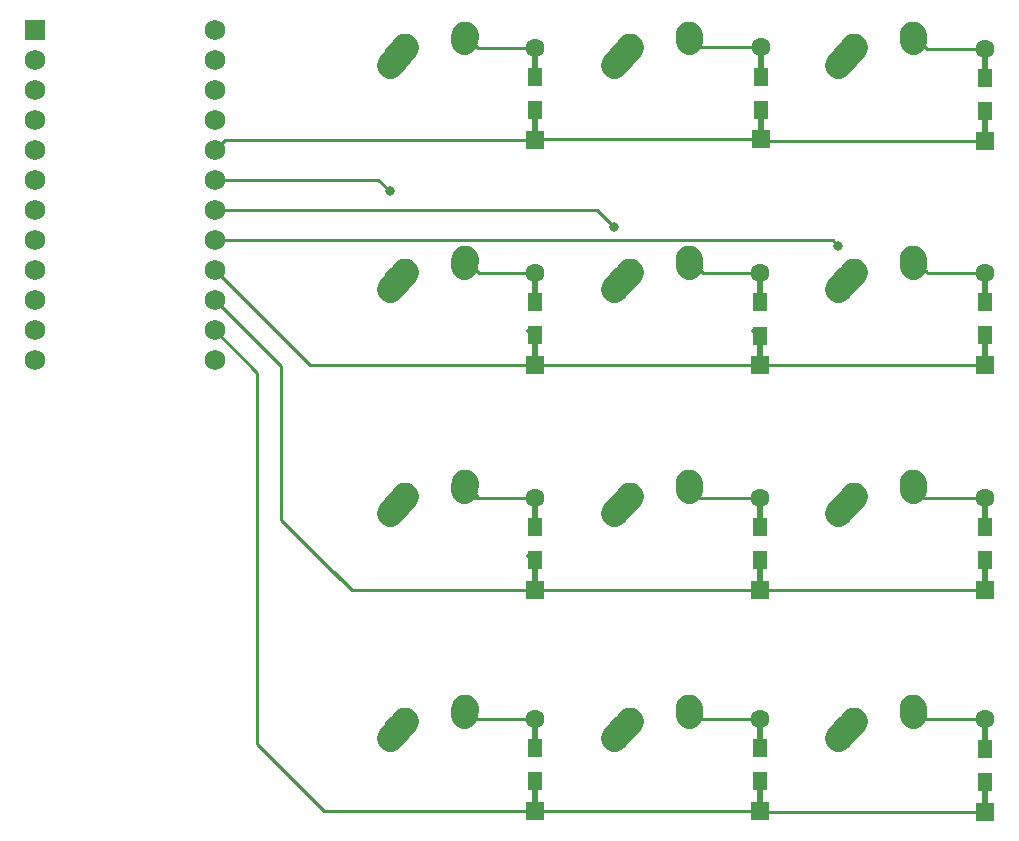
<source format=gbl>
G04 #@! TF.GenerationSoftware,KiCad,Pcbnew,(5.1.4)-1*
G04 #@! TF.CreationDate,2020-08-22T19:17:11-06:00*
G04 #@! TF.ProjectId,smolPad,736d6f6c-5061-4642-9e6b-696361645f70,rev?*
G04 #@! TF.SameCoordinates,Original*
G04 #@! TF.FileFunction,Copper,L2,Bot*
G04 #@! TF.FilePolarity,Positive*
%FSLAX46Y46*%
G04 Gerber Fmt 4.6, Leading zero omitted, Abs format (unit mm)*
G04 Created by KiCad (PCBNEW (5.1.4)-1) date 2020-08-22 19:17:11*
%MOMM*%
%LPD*%
G04 APERTURE LIST*
%ADD10C,2.250000*%
%ADD11C,2.250000*%
%ADD12R,1.752600X1.752600*%
%ADD13C,1.752600*%
%ADD14R,0.500000X2.900000*%
%ADD15R,1.600000X1.600000*%
%ADD16C,1.600000*%
%ADD17R,1.200000X1.600000*%
%ADD18C,0.800000*%
%ADD19C,0.250000*%
G04 APERTURE END LIST*
D10*
X157520000Y-93210000D03*
D11*
X157500000Y-93500000D02*
X157540000Y-92920000D01*
D10*
X157540000Y-92920000D03*
X151845001Y-94730000D03*
D11*
X151190000Y-95460000D02*
X152500002Y-94000000D01*
D10*
X152500000Y-94000000D03*
X152500000Y-113000000D03*
X151845001Y-113730000D03*
D11*
X151190000Y-114460000D02*
X152500002Y-113000000D01*
D10*
X157540000Y-111920000D03*
X157520000Y-112210000D03*
D11*
X157500000Y-112500000D02*
X157540000Y-111920000D01*
D10*
X195520000Y-74210000D03*
D11*
X195500000Y-74500000D02*
X195540000Y-73920000D01*
D10*
X195540000Y-73920000D03*
X189845001Y-75730000D03*
D11*
X189190000Y-76460000D02*
X190500002Y-75000000D01*
D10*
X190500000Y-75000000D03*
X171500000Y-94000000D03*
X170845001Y-94730000D03*
D11*
X170190000Y-95460000D02*
X171500002Y-94000000D01*
D10*
X176540000Y-92920000D03*
X176520000Y-93210000D03*
D11*
X176500000Y-93500000D02*
X176540000Y-92920000D01*
D10*
X176520000Y-112210000D03*
D11*
X176500000Y-112500000D02*
X176540000Y-111920000D01*
D10*
X176540000Y-111920000D03*
X170845001Y-113730000D03*
D11*
X170190000Y-114460000D02*
X171500002Y-113000000D01*
D10*
X171500000Y-113000000D03*
X176520000Y-55210000D03*
D11*
X176500000Y-55500000D02*
X176540000Y-54920000D01*
D10*
X176540000Y-54920000D03*
X170845001Y-56730000D03*
D11*
X170190000Y-57460000D02*
X171500002Y-56000000D01*
D10*
X171500000Y-56000000D03*
X152500000Y-75000000D03*
X151845001Y-75730000D03*
D11*
X151190000Y-76460000D02*
X152500002Y-75000000D01*
D10*
X157540000Y-73920000D03*
X157520000Y-74210000D03*
D11*
X157500000Y-74500000D02*
X157540000Y-73920000D01*
D10*
X157520000Y-55210000D03*
D11*
X157500000Y-55500000D02*
X157540000Y-54920000D01*
D10*
X157540000Y-54920000D03*
X151845001Y-56730000D03*
D11*
X151190000Y-57460000D02*
X152500002Y-56000000D01*
D10*
X152500000Y-56000000D03*
X190500000Y-56000000D03*
X189845001Y-56730000D03*
D11*
X189190000Y-57460000D02*
X190500002Y-56000000D01*
D10*
X195540000Y-54920000D03*
X195520000Y-55210000D03*
D11*
X195500000Y-55500000D02*
X195540000Y-54920000D01*
D10*
X171500000Y-75000000D03*
X170845001Y-75730000D03*
D11*
X170190000Y-76460000D02*
X171500002Y-75000000D01*
D10*
X176540000Y-73920000D03*
X176520000Y-74210000D03*
D11*
X176500000Y-74500000D02*
X176540000Y-73920000D01*
D10*
X195520000Y-93210000D03*
D11*
X195500000Y-93500000D02*
X195540000Y-92920000D01*
D10*
X195540000Y-92920000D03*
X189845001Y-94730000D03*
D11*
X189190000Y-95460000D02*
X190500002Y-94000000D01*
D10*
X190500000Y-94000000D03*
X190500000Y-113000000D03*
X189845001Y-113730000D03*
D11*
X189190000Y-114460000D02*
X190500002Y-113000000D01*
D10*
X195540000Y-111920000D03*
X195520000Y-112210000D03*
D11*
X195500000Y-112500000D02*
X195540000Y-111920000D01*
D12*
X121130000Y-54530000D03*
D13*
X121130000Y-57070000D03*
X121130000Y-59610000D03*
X121130000Y-62150000D03*
X121130000Y-64690000D03*
X121130000Y-67230000D03*
X121130000Y-69770000D03*
X121130000Y-72310000D03*
X121130000Y-74850000D03*
X121130000Y-77390000D03*
X121130000Y-79930000D03*
X136370000Y-82470000D03*
X136370000Y-79930000D03*
X136370000Y-77390000D03*
X136370000Y-74850000D03*
X136370000Y-72310000D03*
X136370000Y-69770000D03*
X136370000Y-67230000D03*
X136370000Y-64690000D03*
X136370000Y-62150000D03*
X136370000Y-59610000D03*
X136370000Y-57070000D03*
X121130000Y-82470000D03*
X136370000Y-54530000D03*
D14*
X163512500Y-62437500D03*
X163512500Y-57437500D03*
D15*
X163512500Y-63837500D03*
D16*
X163512500Y-56037500D03*
D17*
X163512500Y-58537500D03*
X163512500Y-61337500D03*
X182600000Y-61300000D03*
X182600000Y-58500000D03*
D16*
X182600000Y-56000000D03*
D15*
X182600000Y-63800000D03*
D14*
X182600000Y-57400000D03*
X182600000Y-62400000D03*
X201612500Y-62500000D03*
X201612500Y-57500000D03*
D15*
X201612500Y-63900000D03*
D16*
X201612500Y-56100000D03*
D17*
X201612500Y-58600000D03*
X201612500Y-61400000D03*
X163512500Y-80392500D03*
X163512500Y-77592500D03*
D16*
X163512500Y-75092500D03*
D15*
X163512500Y-82892500D03*
D14*
X163512500Y-76492500D03*
X163512500Y-81492500D03*
X182562500Y-81500000D03*
X182562500Y-76500000D03*
D15*
X182562500Y-82900000D03*
D16*
X182562500Y-75100000D03*
D17*
X182562500Y-77600000D03*
X182562500Y-80400000D03*
X201612500Y-80392500D03*
X201612500Y-77592500D03*
D16*
X201612500Y-75092500D03*
D15*
X201612500Y-82892500D03*
D14*
X201612500Y-76492500D03*
X201612500Y-81492500D03*
X163512500Y-100542500D03*
X163512500Y-95542500D03*
D15*
X163512500Y-101942500D03*
D16*
X163512500Y-94142500D03*
D17*
X163512500Y-96642500D03*
X163512500Y-99442500D03*
X182562500Y-99442500D03*
X182562500Y-96642500D03*
D16*
X182562500Y-94142500D03*
D15*
X182562500Y-101942500D03*
D14*
X182562500Y-95542500D03*
X182562500Y-100542500D03*
X201612500Y-100542500D03*
X201612500Y-95542500D03*
D15*
X201612500Y-101942500D03*
D16*
X201612500Y-94142500D03*
D17*
X201612500Y-96642500D03*
X201612500Y-99442500D03*
X163512500Y-118150000D03*
X163512500Y-115350000D03*
D16*
X163512500Y-112850000D03*
D15*
X163512500Y-120650000D03*
D14*
X163512500Y-114250000D03*
X163512500Y-119250000D03*
X182562500Y-119250000D03*
X182562500Y-114250000D03*
D15*
X182562500Y-120650000D03*
D16*
X182562500Y-112850000D03*
D17*
X182562500Y-115350000D03*
X182562500Y-118150000D03*
X201612500Y-118200000D03*
X201612500Y-115400000D03*
D16*
X201612500Y-112900000D03*
D15*
X201612500Y-120700000D03*
D14*
X201612500Y-114300000D03*
X201612500Y-119300000D03*
D18*
X151190000Y-68190000D03*
X170190000Y-71190000D03*
X189190000Y-72810000D03*
D19*
X158120000Y-55500000D02*
X157500000Y-55500000D01*
X158657500Y-56037500D02*
X157540000Y-54920000D01*
X163512500Y-56037500D02*
X158657500Y-56037500D01*
X182700000Y-63900000D02*
X182600000Y-63800000D01*
X201612500Y-63900000D02*
X182700000Y-63900000D01*
X163550000Y-63800000D02*
X163512500Y-63837500D01*
X182600000Y-63800000D02*
X163550000Y-63800000D01*
X137222500Y-63837500D02*
X136370000Y-64690000D01*
X163512500Y-63837500D02*
X137222500Y-63837500D01*
X177120000Y-55500000D02*
X176500000Y-55500000D01*
X177000000Y-56000000D02*
X176500000Y-55500000D01*
X182600000Y-56000000D02*
X177000000Y-56000000D01*
X196120000Y-55500000D02*
X195500000Y-55500000D01*
X196720000Y-56100000D02*
X196120000Y-55500000D01*
X201612500Y-56100000D02*
X196720000Y-56100000D01*
X163342237Y-80486237D02*
X162786000Y-79930000D01*
X182392237Y-80493737D02*
X181836000Y-79937500D01*
X182570000Y-82892500D02*
X182562500Y-82900000D01*
X201612500Y-82892500D02*
X182570000Y-82892500D01*
X163520000Y-82900000D02*
X163512500Y-82892500D01*
X182562500Y-82900000D02*
X163520000Y-82900000D01*
X137246299Y-75726299D02*
X136370000Y-74850000D01*
X163512500Y-82892500D02*
X144412500Y-82892500D01*
X144412500Y-82892500D02*
X137246299Y-75726299D01*
X158120000Y-74500000D02*
X157500000Y-74500000D01*
X158712500Y-75092500D02*
X157540000Y-73920000D01*
X163512500Y-75092500D02*
X158712500Y-75092500D01*
X177120000Y-74500000D02*
X176500000Y-74500000D01*
X177720000Y-75100000D02*
X176540000Y-73920000D01*
X182562500Y-75100000D02*
X177720000Y-75100000D01*
X196120000Y-74500000D02*
X195500000Y-74500000D01*
X196664999Y-75044999D02*
X195540000Y-73920000D01*
X196712500Y-75092500D02*
X196664999Y-75044999D01*
X201612500Y-75092500D02*
X196712500Y-75092500D01*
X158120000Y-93500000D02*
X157500000Y-93500000D01*
X163512500Y-94142500D02*
X158142500Y-94142500D01*
X158142500Y-94142500D02*
X157500000Y-93500000D01*
X158664999Y-94044999D02*
X157540000Y-92920000D01*
X142000000Y-83020000D02*
X136370000Y-77390000D01*
X142000000Y-96000000D02*
X142000000Y-83020000D01*
X163342237Y-99536237D02*
X162786000Y-98980000D01*
X201612500Y-101942500D02*
X182562500Y-101942500D01*
X182562500Y-101942500D02*
X163512500Y-101942500D01*
X163512500Y-101942500D02*
X147980000Y-101942500D01*
X146465625Y-100428125D02*
X146428125Y-100428125D01*
X147980000Y-101942500D02*
X146465625Y-100428125D01*
X147000000Y-101000000D02*
X146428125Y-100428125D01*
X146428125Y-100428125D02*
X142000000Y-96000000D01*
X177120000Y-93500000D02*
X176500000Y-93500000D01*
X177142500Y-94142500D02*
X176500000Y-93500000D01*
X182562500Y-94142500D02*
X177142500Y-94142500D01*
X196120000Y-93500000D02*
X195500000Y-93500000D01*
X196142500Y-94142500D02*
X195500000Y-93500000D01*
X201612500Y-94142500D02*
X196142500Y-94142500D01*
X182612500Y-120700000D02*
X182562500Y-120650000D01*
X201612500Y-120700000D02*
X182612500Y-120700000D01*
X182562500Y-120650000D02*
X163512500Y-120650000D01*
X140000000Y-83560000D02*
X136370000Y-79930000D01*
X140000000Y-115000000D02*
X140000000Y-83560000D01*
X163512500Y-120650000D02*
X145650000Y-120650000D01*
X145650000Y-120650000D02*
X140000000Y-115000000D01*
X158120000Y-112500000D02*
X157500000Y-112500000D01*
X157850000Y-112850000D02*
X157500000Y-112500000D01*
X163512500Y-112850000D02*
X157850000Y-112850000D01*
X177120000Y-112500000D02*
X176500000Y-112500000D01*
X176850000Y-112850000D02*
X176500000Y-112500000D01*
X182562500Y-112850000D02*
X176850000Y-112850000D01*
X196120000Y-112500000D02*
X195500000Y-112500000D01*
X195900000Y-112900000D02*
X195500000Y-112500000D01*
X201612500Y-112900000D02*
X195900000Y-112900000D01*
X150230000Y-67230000D02*
X151190000Y-68190000D01*
X136370000Y-67230000D02*
X150230000Y-67230000D01*
X168770000Y-69770000D02*
X170190000Y-71190000D01*
X136370000Y-69770000D02*
X168770000Y-69770000D01*
X136370000Y-72310000D02*
X188690000Y-72310000D01*
X188690000Y-72310000D02*
X189190000Y-72810000D01*
M02*

</source>
